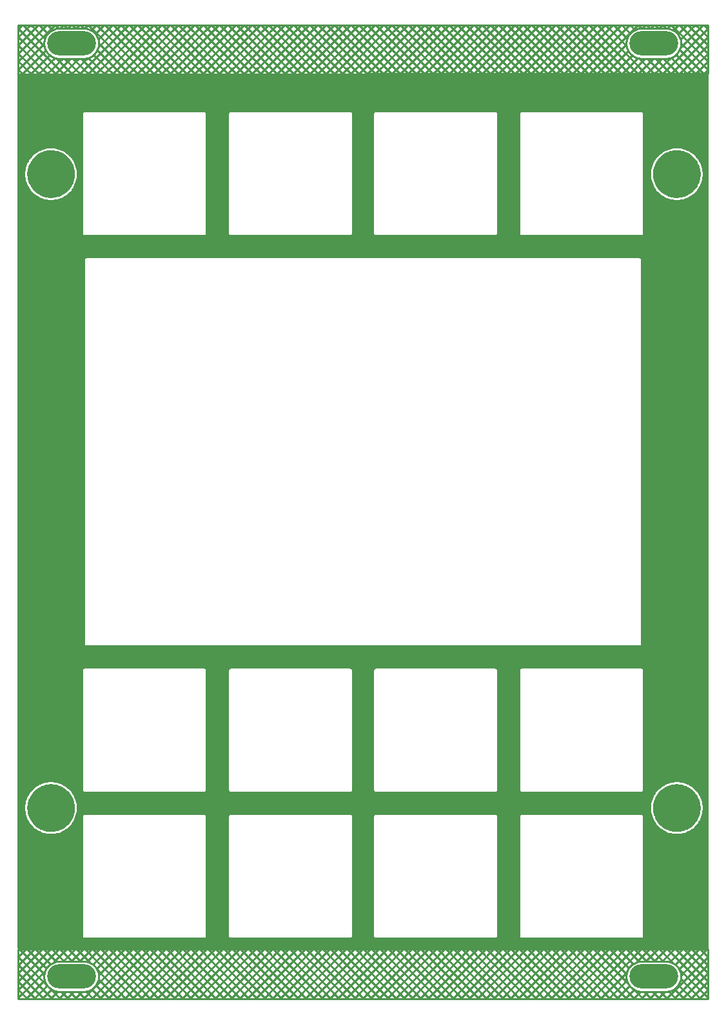
<source format=gbl>
G04 Layer: BottomLayer*
G04 EasyEDA v6.5.29, 2023-07-16 15:11:24*
G04 e993e5008f34484d8f658c3e023484e8,5a6b42c53f6a479593ecc07194224c93,10*
G04 Gerber Generator version 0.2*
G04 Scale: 100 percent, Rotated: No, Reflected: No *
G04 Dimensions in millimeters *
G04 leading zeros omitted , absolute positions ,4 integer and 5 decimal *
%FSLAX45Y45*%
%MOMM*%

%ADD10C,0.2540*%
%ADD11O,6.4000126X3.1999936*%

%LPD*%
G36*
X36068Y698500D02*
G01*
X32156Y699262D01*
X28905Y701497D01*
X26670Y704748D01*
X25908Y708660D01*
X25908Y12150090D01*
X26670Y12154001D01*
X28905Y12157303D01*
X32156Y12159488D01*
X36068Y12160250D01*
X9095232Y12166600D01*
X9099092Y12165787D01*
X9102394Y12163602D01*
X9104630Y12160300D01*
X9105392Y12156440D01*
X9105392Y708660D01*
X9104630Y704748D01*
X9102394Y701497D01*
X9099143Y699262D01*
X9095232Y698500D01*
G37*

%LPC*%
G36*
X8686800Y10519918D02*
G01*
X8712098Y10520832D01*
X8737244Y10523677D01*
X8762136Y10528401D01*
X8786622Y10534954D01*
X8810498Y10543286D01*
X8833713Y10553446D01*
X8856116Y10565282D01*
X8877554Y10578744D01*
X8897924Y10593781D01*
X8917127Y10610291D01*
X8935008Y10628172D01*
X8951518Y10647375D01*
X8966555Y10667746D01*
X8980017Y10689183D01*
X8991854Y10711586D01*
X9002014Y10734802D01*
X9010345Y10758678D01*
X9016898Y10783163D01*
X9021622Y10808055D01*
X9024467Y10833201D01*
X9025382Y10858500D01*
X9024467Y10883798D01*
X9021622Y10908944D01*
X9016898Y10933836D01*
X9010345Y10958322D01*
X9002014Y10982198D01*
X8991854Y11005413D01*
X8980017Y11027816D01*
X8966555Y11049254D01*
X8951518Y11069624D01*
X8935008Y11088827D01*
X8917127Y11106708D01*
X8897924Y11123218D01*
X8877554Y11138255D01*
X8856116Y11151717D01*
X8833713Y11163554D01*
X8810498Y11173714D01*
X8786622Y11182045D01*
X8762136Y11188598D01*
X8737244Y11193322D01*
X8712098Y11196167D01*
X8686800Y11197082D01*
X8661501Y11196167D01*
X8636355Y11193322D01*
X8611463Y11188598D01*
X8586978Y11182045D01*
X8563102Y11173714D01*
X8539886Y11163554D01*
X8517483Y11151717D01*
X8496046Y11138255D01*
X8475675Y11123218D01*
X8456472Y11106708D01*
X8438591Y11088827D01*
X8422081Y11069624D01*
X8407044Y11049254D01*
X8393582Y11027816D01*
X8381746Y11005413D01*
X8371586Y10982198D01*
X8363254Y10958322D01*
X8356701Y10933836D01*
X8351977Y10908944D01*
X8349132Y10883798D01*
X8348218Y10858500D01*
X8349132Y10833201D01*
X8351977Y10808055D01*
X8356701Y10783163D01*
X8363254Y10758678D01*
X8371586Y10734802D01*
X8381746Y10711586D01*
X8393582Y10689183D01*
X8407044Y10667746D01*
X8422081Y10647375D01*
X8438591Y10628172D01*
X8456472Y10610291D01*
X8475675Y10593781D01*
X8496046Y10578744D01*
X8517483Y10565282D01*
X8539886Y10553446D01*
X8563102Y10543286D01*
X8586978Y10534954D01*
X8611463Y10528401D01*
X8636355Y10523677D01*
X8661501Y10520832D01*
G37*
G36*
X2832658Y837692D02*
G01*
X4393641Y837692D01*
X4399940Y838403D01*
X4405426Y840333D01*
X4410303Y843381D01*
X4414418Y847496D01*
X4417466Y852373D01*
X4419396Y857859D01*
X4420108Y864158D01*
X4420108Y2425141D01*
X4419396Y2431440D01*
X4417466Y2436926D01*
X4414418Y2441803D01*
X4410303Y2445918D01*
X4405426Y2448966D01*
X4399940Y2450896D01*
X4393641Y2451608D01*
X2832658Y2451608D01*
X2826359Y2450896D01*
X2820873Y2448966D01*
X2815996Y2445918D01*
X2811881Y2441803D01*
X2808833Y2436926D01*
X2806903Y2431440D01*
X2806192Y2425141D01*
X2806192Y864158D01*
X2806903Y857859D01*
X2808833Y852373D01*
X2811881Y847496D01*
X2815996Y843381D01*
X2820873Y840333D01*
X2826359Y838403D01*
G37*
G36*
X4737658Y837692D02*
G01*
X6298641Y837692D01*
X6304940Y838403D01*
X6310426Y840333D01*
X6315303Y843381D01*
X6319418Y847496D01*
X6322466Y852373D01*
X6324396Y857859D01*
X6325108Y864158D01*
X6325108Y2425141D01*
X6324396Y2431440D01*
X6322466Y2436926D01*
X6319418Y2441803D01*
X6315303Y2445918D01*
X6310426Y2448966D01*
X6304940Y2450896D01*
X6298641Y2451608D01*
X4737658Y2451608D01*
X4731359Y2450896D01*
X4725873Y2448966D01*
X4720996Y2445918D01*
X4716881Y2441803D01*
X4713833Y2436926D01*
X4711903Y2431440D01*
X4711192Y2425141D01*
X4711192Y864158D01*
X4711903Y857859D01*
X4713833Y852373D01*
X4716881Y847496D01*
X4720996Y843381D01*
X4725873Y840333D01*
X4731359Y838403D01*
G37*
G36*
X6655358Y837692D02*
G01*
X8216341Y837692D01*
X8222640Y838403D01*
X8228126Y840333D01*
X8233003Y843381D01*
X8237118Y847496D01*
X8240166Y852373D01*
X8242096Y857859D01*
X8242808Y864158D01*
X8242808Y2425141D01*
X8242096Y2431440D01*
X8240166Y2436926D01*
X8237118Y2441803D01*
X8233003Y2445918D01*
X8228126Y2448966D01*
X8222640Y2450896D01*
X8216341Y2451608D01*
X6655358Y2451608D01*
X6649059Y2450896D01*
X6643573Y2448966D01*
X6638696Y2445918D01*
X6634581Y2441803D01*
X6631533Y2436926D01*
X6629603Y2431440D01*
X6628892Y2425141D01*
X6628892Y864158D01*
X6629603Y857859D01*
X6631533Y852373D01*
X6634581Y847496D01*
X6638696Y843381D01*
X6643573Y840333D01*
X6649059Y838403D01*
G37*
G36*
X469900Y2201418D02*
G01*
X495198Y2202332D01*
X520344Y2205177D01*
X545236Y2209901D01*
X569722Y2216454D01*
X593598Y2224786D01*
X616813Y2234946D01*
X639216Y2246782D01*
X660654Y2260244D01*
X681024Y2275281D01*
X700227Y2291791D01*
X718108Y2309672D01*
X734618Y2328875D01*
X749655Y2349246D01*
X763117Y2370683D01*
X774954Y2393086D01*
X785114Y2416302D01*
X793445Y2440178D01*
X799998Y2464663D01*
X804722Y2489555D01*
X807567Y2514701D01*
X808482Y2540000D01*
X807567Y2565298D01*
X804722Y2590444D01*
X799998Y2615336D01*
X793445Y2639822D01*
X785114Y2663698D01*
X774954Y2686913D01*
X763117Y2709316D01*
X749655Y2730754D01*
X734618Y2751124D01*
X718108Y2770327D01*
X700227Y2788208D01*
X681024Y2804718D01*
X660654Y2819755D01*
X639216Y2833217D01*
X616813Y2845054D01*
X593598Y2855214D01*
X569722Y2863545D01*
X545236Y2870098D01*
X520344Y2874822D01*
X495198Y2877667D01*
X469900Y2878582D01*
X444601Y2877667D01*
X419455Y2874822D01*
X394563Y2870098D01*
X370078Y2863545D01*
X346202Y2855214D01*
X322986Y2845054D01*
X300583Y2833217D01*
X279146Y2819755D01*
X258775Y2804718D01*
X239572Y2788208D01*
X221691Y2770327D01*
X205181Y2751124D01*
X190144Y2730754D01*
X176682Y2709316D01*
X164846Y2686913D01*
X154686Y2663698D01*
X146354Y2639822D01*
X139801Y2615336D01*
X135077Y2590444D01*
X132232Y2565298D01*
X131318Y2540000D01*
X132232Y2514701D01*
X135077Y2489555D01*
X139801Y2464663D01*
X146354Y2440178D01*
X154686Y2416302D01*
X164846Y2393086D01*
X176682Y2370683D01*
X190144Y2349246D01*
X205181Y2328875D01*
X221691Y2309672D01*
X239572Y2291791D01*
X258775Y2275281D01*
X279146Y2260244D01*
X300583Y2246782D01*
X322986Y2234946D01*
X346202Y2224786D01*
X370078Y2216454D01*
X394563Y2209901D01*
X419455Y2205177D01*
X444601Y2202332D01*
G37*
G36*
X8686800Y2201418D02*
G01*
X8712098Y2202332D01*
X8737244Y2205177D01*
X8762136Y2209901D01*
X8786622Y2216454D01*
X8810498Y2224786D01*
X8833713Y2234946D01*
X8856116Y2246782D01*
X8877554Y2260244D01*
X8897924Y2275281D01*
X8917127Y2291791D01*
X8935008Y2309672D01*
X8951518Y2328875D01*
X8966555Y2349246D01*
X8980017Y2370683D01*
X8991854Y2393086D01*
X9002014Y2416302D01*
X9010345Y2440178D01*
X9016898Y2464663D01*
X9021622Y2489555D01*
X9024467Y2514701D01*
X9025382Y2540000D01*
X9024467Y2565298D01*
X9021622Y2590444D01*
X9016898Y2615336D01*
X9010345Y2639822D01*
X9002014Y2663698D01*
X8991854Y2686913D01*
X8980017Y2709316D01*
X8966555Y2730754D01*
X8951518Y2751124D01*
X8935008Y2770327D01*
X8917127Y2788208D01*
X8897924Y2804718D01*
X8877554Y2819755D01*
X8856116Y2833217D01*
X8833713Y2845054D01*
X8810498Y2855214D01*
X8786622Y2863545D01*
X8762136Y2870098D01*
X8737244Y2874822D01*
X8712098Y2877667D01*
X8686800Y2878582D01*
X8661501Y2877667D01*
X8636355Y2874822D01*
X8611463Y2870098D01*
X8586978Y2863545D01*
X8563102Y2855214D01*
X8539886Y2845054D01*
X8517483Y2833217D01*
X8496046Y2819755D01*
X8475675Y2804718D01*
X8456472Y2788208D01*
X8438591Y2770327D01*
X8422081Y2751124D01*
X8407044Y2730754D01*
X8393582Y2709316D01*
X8381746Y2686913D01*
X8371586Y2663698D01*
X8363254Y2639822D01*
X8356701Y2615336D01*
X8351977Y2590444D01*
X8349132Y2565298D01*
X8348218Y2540000D01*
X8349132Y2514701D01*
X8351977Y2489555D01*
X8356701Y2464663D01*
X8363254Y2440178D01*
X8371586Y2416302D01*
X8381746Y2393086D01*
X8393582Y2370683D01*
X8407044Y2349246D01*
X8422081Y2328875D01*
X8438591Y2309672D01*
X8456472Y2291791D01*
X8475675Y2275281D01*
X8496046Y2260244D01*
X8517483Y2246782D01*
X8539886Y2234946D01*
X8563102Y2224786D01*
X8586978Y2216454D01*
X8611463Y2209901D01*
X8636355Y2205177D01*
X8661501Y2202332D01*
G37*
G36*
X914958Y2755392D02*
G01*
X2475941Y2755392D01*
X2482240Y2756103D01*
X2487726Y2758033D01*
X2492603Y2761081D01*
X2496718Y2765196D01*
X2499766Y2770073D01*
X2501696Y2775559D01*
X2502408Y2781858D01*
X2502408Y4342841D01*
X2501696Y4349140D01*
X2499766Y4354626D01*
X2496718Y4359503D01*
X2492603Y4363618D01*
X2487726Y4366666D01*
X2482240Y4368596D01*
X2475941Y4369308D01*
X914958Y4369308D01*
X908659Y4368596D01*
X903173Y4366666D01*
X898296Y4363618D01*
X894181Y4359503D01*
X891133Y4354626D01*
X889203Y4349140D01*
X888492Y4342841D01*
X888492Y2781858D01*
X889203Y2775559D01*
X891133Y2770073D01*
X894181Y2765196D01*
X898296Y2761081D01*
X903173Y2758033D01*
X908659Y2756103D01*
G37*
G36*
X4737658Y2755392D02*
G01*
X6298641Y2755392D01*
X6304940Y2756103D01*
X6310426Y2758033D01*
X6315303Y2761081D01*
X6319418Y2765196D01*
X6322466Y2770073D01*
X6324396Y2775559D01*
X6325108Y2781858D01*
X6325108Y4342841D01*
X6324396Y4349140D01*
X6322466Y4354626D01*
X6319418Y4359503D01*
X6315303Y4363618D01*
X6310426Y4366666D01*
X6304940Y4368596D01*
X6298641Y4369308D01*
X4737658Y4369308D01*
X4731359Y4368596D01*
X4725873Y4366666D01*
X4720996Y4363618D01*
X4716881Y4359503D01*
X4713833Y4354626D01*
X4711903Y4349140D01*
X4711192Y4342841D01*
X4711192Y2781858D01*
X4711903Y2775559D01*
X4713833Y2770073D01*
X4716881Y2765196D01*
X4720996Y2761081D01*
X4725873Y2758033D01*
X4731359Y2756103D01*
G37*
G36*
X914958Y837692D02*
G01*
X2475941Y837692D01*
X2482240Y838403D01*
X2487726Y840333D01*
X2492603Y843381D01*
X2496718Y847496D01*
X2499766Y852373D01*
X2501696Y857859D01*
X2502408Y864158D01*
X2502408Y2425141D01*
X2501696Y2431440D01*
X2499766Y2436926D01*
X2496718Y2441803D01*
X2492603Y2445918D01*
X2487726Y2448966D01*
X2482240Y2450896D01*
X2475941Y2451608D01*
X914958Y2451608D01*
X908659Y2450896D01*
X903173Y2448966D01*
X898296Y2445918D01*
X894181Y2441803D01*
X891133Y2436926D01*
X889203Y2431440D01*
X888492Y2425141D01*
X888492Y864158D01*
X889203Y857859D01*
X891133Y852373D01*
X894181Y847496D01*
X898296Y843381D01*
X903173Y840333D01*
X908659Y838403D01*
G37*
G36*
X2832658Y2755392D02*
G01*
X4393641Y2755392D01*
X4399940Y2756103D01*
X4405426Y2758033D01*
X4410303Y2761081D01*
X4414418Y2765196D01*
X4417466Y2770073D01*
X4419396Y2775559D01*
X4420108Y2781858D01*
X4420108Y4342841D01*
X4419396Y4349140D01*
X4417466Y4354626D01*
X4414418Y4359503D01*
X4410303Y4363618D01*
X4405426Y4366666D01*
X4399940Y4368596D01*
X4393641Y4369308D01*
X2832658Y4369308D01*
X2826359Y4368596D01*
X2820873Y4366666D01*
X2815996Y4363618D01*
X2811881Y4359503D01*
X2808833Y4354626D01*
X2806903Y4349140D01*
X2806192Y4342841D01*
X2806192Y2781858D01*
X2806903Y2775559D01*
X2808833Y2770073D01*
X2811881Y2765196D01*
X2815996Y2761081D01*
X2820873Y2758033D01*
X2826359Y2756103D01*
G37*
G36*
X940358Y4673092D02*
G01*
X8190941Y4673092D01*
X8197240Y4673803D01*
X8202726Y4675733D01*
X8207603Y4678781D01*
X8211718Y4682896D01*
X8214766Y4687773D01*
X8216696Y4693259D01*
X8217408Y4699558D01*
X8217408Y9727641D01*
X8216696Y9733940D01*
X8214766Y9739426D01*
X8211718Y9744303D01*
X8207603Y9748418D01*
X8202726Y9751466D01*
X8197240Y9753396D01*
X8190941Y9754108D01*
X940358Y9754108D01*
X934059Y9753396D01*
X928573Y9751466D01*
X923696Y9748418D01*
X919581Y9744303D01*
X916533Y9739426D01*
X914603Y9733940D01*
X913892Y9727641D01*
X913892Y4699558D01*
X914603Y4693259D01*
X916533Y4687773D01*
X919581Y4682896D01*
X923696Y4678781D01*
X928573Y4675733D01*
X934059Y4673803D01*
G37*
G36*
X914958Y10057892D02*
G01*
X2475941Y10057892D01*
X2482240Y10058603D01*
X2487726Y10060533D01*
X2492603Y10063581D01*
X2496718Y10067696D01*
X2499766Y10072573D01*
X2501696Y10078059D01*
X2502408Y10084358D01*
X2502408Y11645341D01*
X2501696Y11651640D01*
X2499766Y11657126D01*
X2496718Y11662003D01*
X2492603Y11666118D01*
X2487726Y11669166D01*
X2482240Y11671096D01*
X2475941Y11671808D01*
X914958Y11671808D01*
X908659Y11671096D01*
X903173Y11669166D01*
X898296Y11666118D01*
X894181Y11662003D01*
X891133Y11657126D01*
X889203Y11651640D01*
X888492Y11645341D01*
X888492Y10084358D01*
X889203Y10078059D01*
X891133Y10072573D01*
X894181Y10067696D01*
X898296Y10063581D01*
X903173Y10060533D01*
X908659Y10058603D01*
G37*
G36*
X6655358Y10057892D02*
G01*
X8216341Y10057892D01*
X8222640Y10058603D01*
X8228126Y10060533D01*
X8233003Y10063581D01*
X8237118Y10067696D01*
X8240166Y10072573D01*
X8242096Y10078059D01*
X8242808Y10084358D01*
X8242808Y11645341D01*
X8242096Y11651640D01*
X8240166Y11657126D01*
X8237118Y11662003D01*
X8233003Y11666118D01*
X8228126Y11669166D01*
X8222640Y11671096D01*
X8216341Y11671808D01*
X6655358Y11671808D01*
X6649059Y11671096D01*
X6643573Y11669166D01*
X6638696Y11666118D01*
X6634581Y11662003D01*
X6631533Y11657126D01*
X6629603Y11651640D01*
X6628892Y11645341D01*
X6628892Y10084358D01*
X6629603Y10078059D01*
X6631533Y10072573D01*
X6634581Y10067696D01*
X6638696Y10063581D01*
X6643573Y10060533D01*
X6649059Y10058603D01*
G37*
G36*
X4737658Y10057892D02*
G01*
X6298641Y10057892D01*
X6304940Y10058603D01*
X6310426Y10060533D01*
X6315303Y10063581D01*
X6319418Y10067696D01*
X6322466Y10072573D01*
X6324396Y10078059D01*
X6325108Y10084358D01*
X6325108Y11645341D01*
X6324396Y11651640D01*
X6322466Y11657126D01*
X6319418Y11662003D01*
X6315303Y11666118D01*
X6310426Y11669166D01*
X6304940Y11671096D01*
X6298641Y11671808D01*
X4737658Y11671808D01*
X4731359Y11671096D01*
X4725873Y11669166D01*
X4720996Y11666118D01*
X4716881Y11662003D01*
X4713833Y11657126D01*
X4711903Y11651640D01*
X4711192Y11645341D01*
X4711192Y10084358D01*
X4711903Y10078059D01*
X4713833Y10072573D01*
X4716881Y10067696D01*
X4720996Y10063581D01*
X4725873Y10060533D01*
X4731359Y10058603D01*
G37*
G36*
X2832658Y10057892D02*
G01*
X4393641Y10057892D01*
X4399940Y10058603D01*
X4405426Y10060533D01*
X4410303Y10063581D01*
X4414418Y10067696D01*
X4417466Y10072573D01*
X4419396Y10078059D01*
X4420108Y10084358D01*
X4420108Y11645341D01*
X4419396Y11651640D01*
X4417466Y11657126D01*
X4414418Y11662003D01*
X4410303Y11666118D01*
X4405426Y11669166D01*
X4399940Y11671096D01*
X4393641Y11671808D01*
X2832658Y11671808D01*
X2826359Y11671096D01*
X2820873Y11669166D01*
X2815996Y11666118D01*
X2811881Y11662003D01*
X2808833Y11657126D01*
X2806903Y11651640D01*
X2806192Y11645341D01*
X2806192Y10084358D01*
X2806903Y10078059D01*
X2808833Y10072573D01*
X2811881Y10067696D01*
X2815996Y10063581D01*
X2820873Y10060533D01*
X2826359Y10058603D01*
G37*
G36*
X469900Y10519918D02*
G01*
X495198Y10520832D01*
X520344Y10523677D01*
X545236Y10528401D01*
X569722Y10534954D01*
X593598Y10543286D01*
X616813Y10553446D01*
X639216Y10565282D01*
X660654Y10578744D01*
X681024Y10593781D01*
X700227Y10610291D01*
X718108Y10628172D01*
X734618Y10647375D01*
X749655Y10667746D01*
X763117Y10689183D01*
X774954Y10711586D01*
X785114Y10734802D01*
X793445Y10758678D01*
X799998Y10783163D01*
X804722Y10808055D01*
X807567Y10833201D01*
X808482Y10858500D01*
X807567Y10883798D01*
X804722Y10908944D01*
X799998Y10933836D01*
X793445Y10958322D01*
X785114Y10982198D01*
X774954Y11005413D01*
X763117Y11027816D01*
X749655Y11049254D01*
X734618Y11069624D01*
X718108Y11088827D01*
X700227Y11106708D01*
X681024Y11123218D01*
X660654Y11138255D01*
X639216Y11151717D01*
X616813Y11163554D01*
X593598Y11173714D01*
X569722Y11182045D01*
X545236Y11188598D01*
X520344Y11193322D01*
X495198Y11196167D01*
X469900Y11197082D01*
X444601Y11196167D01*
X419455Y11193322D01*
X394563Y11188598D01*
X370078Y11182045D01*
X346202Y11173714D01*
X322986Y11163554D01*
X300583Y11151717D01*
X279146Y11138255D01*
X258775Y11123218D01*
X239572Y11106708D01*
X221691Y11088827D01*
X205181Y11069624D01*
X190144Y11049254D01*
X176682Y11027816D01*
X164846Y11005413D01*
X154686Y10982198D01*
X146354Y10958322D01*
X139801Y10933836D01*
X135077Y10908944D01*
X132232Y10883798D01*
X131318Y10858500D01*
X132232Y10833201D01*
X135077Y10808055D01*
X139801Y10783163D01*
X146354Y10758678D01*
X154686Y10734802D01*
X164846Y10711586D01*
X176682Y10689183D01*
X190144Y10667746D01*
X205181Y10647375D01*
X221691Y10628172D01*
X239572Y10610291D01*
X258775Y10593781D01*
X279146Y10578744D01*
X300583Y10565282D01*
X322986Y10553446D01*
X346202Y10543286D01*
X370078Y10534954D01*
X394563Y10528401D01*
X419455Y10523677D01*
X444601Y10520832D01*
G37*
G36*
X6655358Y2755392D02*
G01*
X8216341Y2755392D01*
X8222640Y2756103D01*
X8228126Y2758033D01*
X8233003Y2761081D01*
X8237118Y2765196D01*
X8240166Y2770073D01*
X8242096Y2775559D01*
X8242808Y2781858D01*
X8242808Y4342841D01*
X8242096Y4349140D01*
X8240166Y4354626D01*
X8237118Y4359503D01*
X8233003Y4363618D01*
X8228126Y4366666D01*
X8222640Y4368596D01*
X8216341Y4369308D01*
X6655358Y4369308D01*
X6649059Y4368596D01*
X6643573Y4366666D01*
X6638696Y4363618D01*
X6634581Y4359503D01*
X6631533Y4354626D01*
X6629603Y4349140D01*
X6628892Y4342841D01*
X6628892Y2781858D01*
X6629603Y2775559D01*
X6631533Y2770073D01*
X6634581Y2765196D01*
X6638696Y2761081D01*
X6643573Y2758033D01*
X6649059Y2756103D01*
G37*

%LPD*%
G36*
X465886Y2852674D02*
G01*
X449935Y2852064D01*
X434035Y2850642D01*
X418236Y2848406D01*
X402539Y2845358D01*
X387045Y2841498D01*
X379374Y2839313D01*
X364185Y2834284D01*
X349300Y2828493D01*
X334721Y2821990D01*
X320497Y2814726D01*
X306679Y2806700D01*
X293268Y2798064D01*
X280314Y2788666D01*
X267868Y2778709D01*
X255981Y2768041D01*
X244602Y2756814D01*
X239115Y2751023D01*
X228650Y2738932D01*
X218795Y2726385D01*
X209600Y2713329D01*
X201117Y2699816D01*
X193294Y2685846D01*
X186232Y2671572D01*
X179882Y2656890D01*
X174294Y2641955D01*
X169468Y2626715D01*
X165404Y2611272D01*
X162204Y2595626D01*
X159766Y2579827D01*
X158140Y2563926D01*
X157327Y2547975D01*
X157175Y2540000D01*
X157632Y2524048D01*
X158851Y2508097D01*
X160883Y2492248D01*
X163728Y2476550D01*
X165404Y2468727D01*
X169468Y2453284D01*
X174294Y2438044D01*
X179882Y2423109D01*
X186232Y2408428D01*
X193294Y2394153D01*
X201117Y2380183D01*
X209600Y2366670D01*
X218795Y2353614D01*
X228650Y2341067D01*
X239115Y2328976D01*
X250190Y2317496D01*
X261874Y2306574D01*
X267868Y2301290D01*
X280314Y2291334D01*
X293268Y2281936D01*
X306679Y2273300D01*
X320497Y2265273D01*
X334721Y2258009D01*
X349300Y2251506D01*
X364185Y2245715D01*
X379374Y2240686D01*
X394766Y2236470D01*
X410362Y2233015D01*
X426110Y2230374D01*
X441959Y2228545D01*
X457911Y2227529D01*
X473913Y2227326D01*
X489864Y2227935D01*
X505764Y2229358D01*
X521563Y2231593D01*
X537260Y2234641D01*
X552754Y2238502D01*
X560425Y2240686D01*
X575614Y2245715D01*
X590499Y2251506D01*
X605078Y2258009D01*
X619302Y2265273D01*
X633120Y2273300D01*
X646531Y2281936D01*
X659485Y2291334D01*
X671931Y2301290D01*
X683818Y2311958D01*
X695198Y2323185D01*
X700684Y2328976D01*
X711149Y2341067D01*
X721004Y2353614D01*
X730199Y2366670D01*
X738682Y2380183D01*
X746506Y2394153D01*
X753567Y2408428D01*
X759917Y2423109D01*
X765505Y2438044D01*
X770331Y2453284D01*
X774395Y2468727D01*
X777595Y2484374D01*
X780034Y2500172D01*
X781659Y2516073D01*
X782472Y2532024D01*
X782624Y2540000D01*
X782167Y2555951D01*
X780948Y2571902D01*
X778916Y2587752D01*
X776071Y2603449D01*
X774395Y2611272D01*
X770331Y2626715D01*
X765505Y2641955D01*
X759917Y2656890D01*
X753567Y2671572D01*
X746506Y2685846D01*
X738682Y2699816D01*
X730199Y2713329D01*
X721004Y2726385D01*
X711149Y2738932D01*
X700684Y2751023D01*
X689610Y2762504D01*
X677926Y2773426D01*
X671931Y2778709D01*
X659485Y2788666D01*
X646531Y2798064D01*
X633120Y2806700D01*
X619302Y2814726D01*
X605078Y2821990D01*
X590499Y2828493D01*
X575614Y2834284D01*
X560425Y2839313D01*
X545033Y2843530D01*
X529437Y2846984D01*
X513689Y2849626D01*
X497840Y2851454D01*
X481888Y2852470D01*
G37*
G36*
X8682786Y2852674D02*
G01*
X8666835Y2852064D01*
X8650935Y2850642D01*
X8635136Y2848406D01*
X8619439Y2845358D01*
X8603945Y2841498D01*
X8596274Y2839313D01*
X8581085Y2834284D01*
X8566200Y2828493D01*
X8551621Y2821990D01*
X8537397Y2814726D01*
X8523579Y2806700D01*
X8510168Y2798064D01*
X8497214Y2788666D01*
X8484768Y2778709D01*
X8472881Y2768041D01*
X8461502Y2756814D01*
X8456015Y2751023D01*
X8445550Y2738932D01*
X8435695Y2726385D01*
X8426500Y2713329D01*
X8418017Y2699816D01*
X8410194Y2685846D01*
X8403132Y2671572D01*
X8396782Y2656890D01*
X8391194Y2641955D01*
X8386368Y2626715D01*
X8382304Y2611272D01*
X8379104Y2595626D01*
X8376666Y2579827D01*
X8375040Y2563926D01*
X8374227Y2547975D01*
X8374227Y2532024D01*
X8375040Y2516073D01*
X8376666Y2500172D01*
X8379104Y2484374D01*
X8382304Y2468727D01*
X8386368Y2453284D01*
X8391194Y2438044D01*
X8396782Y2423109D01*
X8403132Y2408428D01*
X8410194Y2394153D01*
X8418017Y2380183D01*
X8426500Y2366670D01*
X8435695Y2353614D01*
X8445550Y2341067D01*
X8456015Y2328976D01*
X8467090Y2317496D01*
X8478774Y2306574D01*
X8484768Y2301290D01*
X8497214Y2291334D01*
X8510168Y2281936D01*
X8523579Y2273300D01*
X8537397Y2265273D01*
X8551621Y2258009D01*
X8566200Y2251506D01*
X8581085Y2245715D01*
X8596274Y2240686D01*
X8611666Y2236470D01*
X8627262Y2233015D01*
X8643010Y2230374D01*
X8658860Y2228545D01*
X8674811Y2227529D01*
X8690813Y2227326D01*
X8706764Y2227935D01*
X8722664Y2229358D01*
X8738463Y2231593D01*
X8754160Y2234641D01*
X8769654Y2238502D01*
X8777325Y2240686D01*
X8792514Y2245715D01*
X8807399Y2251506D01*
X8821978Y2258009D01*
X8836202Y2265273D01*
X8850020Y2273300D01*
X8863431Y2281936D01*
X8876385Y2291334D01*
X8888831Y2301290D01*
X8900718Y2311958D01*
X8912098Y2323185D01*
X8917584Y2328976D01*
X8928049Y2341067D01*
X8937904Y2353614D01*
X8947099Y2366670D01*
X8955582Y2380183D01*
X8963406Y2394153D01*
X8970467Y2408428D01*
X8976817Y2423109D01*
X8982405Y2438044D01*
X8987231Y2453284D01*
X8991295Y2468727D01*
X8994495Y2484374D01*
X8996934Y2500172D01*
X8998559Y2516073D01*
X8999372Y2532024D01*
X8999372Y2547975D01*
X8998559Y2563926D01*
X8996934Y2579827D01*
X8994495Y2595626D01*
X8991295Y2611272D01*
X8987231Y2626715D01*
X8982405Y2641955D01*
X8976817Y2656890D01*
X8970467Y2671572D01*
X8963406Y2685846D01*
X8955582Y2699816D01*
X8947099Y2713329D01*
X8937904Y2726385D01*
X8928049Y2738932D01*
X8917584Y2751023D01*
X8906510Y2762504D01*
X8894826Y2773426D01*
X8888831Y2778709D01*
X8876385Y2788666D01*
X8863431Y2798064D01*
X8850020Y2806700D01*
X8836202Y2814726D01*
X8821978Y2821990D01*
X8807399Y2828493D01*
X8792514Y2834284D01*
X8777325Y2839313D01*
X8761933Y2843530D01*
X8746337Y2846984D01*
X8730589Y2849626D01*
X8714740Y2851454D01*
X8698788Y2852470D01*
G37*
G36*
X8682786Y11171174D02*
G01*
X8666835Y11170564D01*
X8650935Y11169142D01*
X8635136Y11166906D01*
X8619439Y11163858D01*
X8603945Y11159998D01*
X8596274Y11157813D01*
X8581085Y11152784D01*
X8566200Y11146993D01*
X8551621Y11140490D01*
X8537397Y11133226D01*
X8523579Y11125200D01*
X8510168Y11116564D01*
X8497214Y11107166D01*
X8484768Y11097209D01*
X8472881Y11086541D01*
X8461502Y11075314D01*
X8456015Y11069523D01*
X8445550Y11057432D01*
X8435695Y11044885D01*
X8426500Y11031829D01*
X8418017Y11018316D01*
X8410194Y11004346D01*
X8403132Y10990072D01*
X8396782Y10975390D01*
X8391194Y10960455D01*
X8386368Y10945215D01*
X8382304Y10929772D01*
X8379104Y10914126D01*
X8376666Y10898327D01*
X8375040Y10882426D01*
X8374227Y10866475D01*
X8374227Y10850524D01*
X8375040Y10834573D01*
X8376666Y10818672D01*
X8379104Y10802874D01*
X8382304Y10787227D01*
X8386368Y10771784D01*
X8391194Y10756544D01*
X8396782Y10741609D01*
X8403132Y10726928D01*
X8410194Y10712653D01*
X8418017Y10698683D01*
X8426500Y10685170D01*
X8435695Y10672114D01*
X8445550Y10659567D01*
X8456015Y10647476D01*
X8467090Y10635996D01*
X8478774Y10625074D01*
X8484768Y10619790D01*
X8497214Y10609834D01*
X8510168Y10600436D01*
X8523579Y10591800D01*
X8537397Y10583773D01*
X8551621Y10576509D01*
X8566200Y10570006D01*
X8581085Y10564215D01*
X8596274Y10559186D01*
X8611666Y10554970D01*
X8627262Y10551515D01*
X8643010Y10548874D01*
X8658860Y10547045D01*
X8674811Y10546029D01*
X8690813Y10545826D01*
X8706764Y10546435D01*
X8722664Y10547858D01*
X8738463Y10550093D01*
X8754160Y10553141D01*
X8769654Y10557002D01*
X8777325Y10559186D01*
X8792514Y10564215D01*
X8807399Y10570006D01*
X8821978Y10576509D01*
X8836202Y10583773D01*
X8850020Y10591800D01*
X8863431Y10600436D01*
X8876385Y10609834D01*
X8888831Y10619790D01*
X8900718Y10630458D01*
X8912098Y10641685D01*
X8917584Y10647476D01*
X8928049Y10659567D01*
X8937904Y10672114D01*
X8947099Y10685170D01*
X8955582Y10698683D01*
X8963406Y10712653D01*
X8970467Y10726928D01*
X8976817Y10741609D01*
X8982405Y10756544D01*
X8987231Y10771784D01*
X8991295Y10787227D01*
X8994495Y10802874D01*
X8996934Y10818672D01*
X8998559Y10834573D01*
X8999372Y10850524D01*
X8999372Y10866475D01*
X8998559Y10882426D01*
X8996934Y10898327D01*
X8994495Y10914126D01*
X8991295Y10929772D01*
X8987231Y10945215D01*
X8982405Y10960455D01*
X8976817Y10975390D01*
X8970467Y10990072D01*
X8963406Y11004346D01*
X8955582Y11018316D01*
X8947099Y11031829D01*
X8937904Y11044885D01*
X8928049Y11057432D01*
X8917584Y11069523D01*
X8906510Y11081004D01*
X8894826Y11091926D01*
X8888831Y11097209D01*
X8876385Y11107166D01*
X8863431Y11116564D01*
X8850020Y11125200D01*
X8836202Y11133226D01*
X8821978Y11140490D01*
X8807399Y11146993D01*
X8792514Y11152784D01*
X8777325Y11157813D01*
X8761933Y11162030D01*
X8746337Y11165484D01*
X8730589Y11168126D01*
X8714740Y11169954D01*
X8698788Y11170970D01*
G37*
G36*
X465886Y11171174D02*
G01*
X449935Y11170564D01*
X434035Y11169142D01*
X418236Y11166906D01*
X402539Y11163858D01*
X387045Y11159998D01*
X379374Y11157813D01*
X364185Y11152784D01*
X349300Y11146993D01*
X334721Y11140490D01*
X320497Y11133226D01*
X306679Y11125200D01*
X293268Y11116564D01*
X280314Y11107166D01*
X267868Y11097209D01*
X255981Y11086541D01*
X244602Y11075314D01*
X239115Y11069523D01*
X228650Y11057432D01*
X218795Y11044885D01*
X209600Y11031829D01*
X201117Y11018316D01*
X193294Y11004346D01*
X186232Y10990072D01*
X179882Y10975390D01*
X174294Y10960455D01*
X169468Y10945215D01*
X165404Y10929772D01*
X162204Y10914126D01*
X159766Y10898327D01*
X158140Y10882426D01*
X157327Y10866475D01*
X157175Y10858500D01*
X157632Y10842548D01*
X158851Y10826597D01*
X160883Y10810748D01*
X163728Y10795050D01*
X165404Y10787227D01*
X169468Y10771784D01*
X174294Y10756544D01*
X179882Y10741609D01*
X186232Y10726928D01*
X193294Y10712653D01*
X201117Y10698683D01*
X209600Y10685170D01*
X218795Y10672114D01*
X228650Y10659567D01*
X239115Y10647476D01*
X250190Y10635996D01*
X261874Y10625074D01*
X267868Y10619790D01*
X280314Y10609834D01*
X293268Y10600436D01*
X306679Y10591800D01*
X320497Y10583773D01*
X334721Y10576509D01*
X349300Y10570006D01*
X364185Y10564215D01*
X379374Y10559186D01*
X394766Y10554970D01*
X410362Y10551515D01*
X426110Y10548874D01*
X441959Y10547045D01*
X457911Y10546029D01*
X473913Y10545826D01*
X489864Y10546435D01*
X505764Y10547858D01*
X521563Y10550093D01*
X537260Y10553141D01*
X552754Y10557002D01*
X560425Y10559186D01*
X575614Y10564215D01*
X590499Y10570006D01*
X605078Y10576509D01*
X619302Y10583773D01*
X633120Y10591800D01*
X646531Y10600436D01*
X659485Y10609834D01*
X671931Y10619790D01*
X683818Y10630458D01*
X695198Y10641685D01*
X700684Y10647476D01*
X711149Y10659567D01*
X721004Y10672114D01*
X730199Y10685170D01*
X738682Y10698683D01*
X746506Y10712653D01*
X753567Y10726928D01*
X759917Y10741609D01*
X765505Y10756544D01*
X770331Y10771784D01*
X774395Y10787227D01*
X777595Y10802874D01*
X780034Y10818672D01*
X781659Y10834573D01*
X782472Y10850524D01*
X782624Y10858500D01*
X782167Y10874451D01*
X780948Y10890402D01*
X778916Y10906252D01*
X776071Y10921949D01*
X774395Y10929772D01*
X770331Y10945215D01*
X765505Y10960455D01*
X759917Y10975390D01*
X753567Y10990072D01*
X746506Y11004346D01*
X738682Y11018316D01*
X730199Y11031829D01*
X721004Y11044885D01*
X711149Y11057432D01*
X700684Y11069523D01*
X689610Y11081004D01*
X677926Y11091926D01*
X671931Y11097209D01*
X659485Y11107166D01*
X646531Y11116564D01*
X633120Y11125200D01*
X619302Y11133226D01*
X605078Y11140490D01*
X590499Y11146993D01*
X575614Y11152784D01*
X560425Y11157813D01*
X545033Y11162030D01*
X529437Y11165484D01*
X513689Y11168126D01*
X497840Y11169954D01*
X481888Y11170970D01*
G37*
D10*
X8978900Y12128500D02*
G01*
X8978900Y12192000D01*
X8978900Y685800D02*
G01*
X8978900Y749300D01*
X38862Y12173230D02*
G01*
X38862Y12813537D01*
X38862Y12813537D02*
G01*
X9092438Y12813537D01*
X9092438Y12813537D02*
G01*
X9092438Y12179527D01*
X9092438Y12179527D02*
G01*
X38862Y12173230D01*
X8068276Y12446843D02*
G01*
X8081382Y12432383D01*
X8081382Y12432383D02*
G01*
X8095842Y12419277D01*
X8095842Y12419277D02*
G01*
X8111517Y12407652D01*
X8111517Y12407652D02*
G01*
X8128256Y12397619D01*
X8128256Y12397619D02*
G01*
X8145897Y12389275D01*
X8145897Y12389275D02*
G01*
X8164272Y12382701D01*
X8164272Y12382701D02*
G01*
X8183203Y12377959D01*
X8183203Y12377959D02*
G01*
X8202507Y12375095D01*
X8202507Y12375095D02*
G01*
X8221999Y12374138D01*
X8221999Y12374138D02*
G01*
X8542000Y12374138D01*
X8542000Y12374138D02*
G01*
X8561492Y12375095D01*
X8561492Y12375095D02*
G01*
X8580796Y12377959D01*
X8580796Y12377959D02*
G01*
X8599727Y12382701D01*
X8599727Y12382701D02*
G01*
X8618102Y12389275D01*
X8618102Y12389275D02*
G01*
X8635743Y12397619D01*
X8635743Y12397619D02*
G01*
X8652482Y12407652D01*
X8652482Y12407652D02*
G01*
X8668157Y12419277D01*
X8668157Y12419277D02*
G01*
X8682617Y12432383D01*
X8682617Y12432383D02*
G01*
X8695723Y12446843D01*
X8695723Y12446843D02*
G01*
X8707348Y12462518D01*
X8707348Y12462518D02*
G01*
X8717381Y12479257D01*
X8717381Y12479257D02*
G01*
X8725725Y12496898D01*
X8725725Y12496898D02*
G01*
X8732299Y12515273D01*
X8732299Y12515273D02*
G01*
X8737041Y12534204D01*
X8737041Y12534204D02*
G01*
X8739905Y12553508D01*
X8739905Y12553508D02*
G01*
X8740862Y12573000D01*
X8740862Y12573000D02*
G01*
X8739905Y12592491D01*
X8739905Y12592491D02*
G01*
X8737041Y12611795D01*
X8737041Y12611795D02*
G01*
X8732299Y12630726D01*
X8732299Y12630726D02*
G01*
X8725725Y12649101D01*
X8725725Y12649101D02*
G01*
X8717381Y12666742D01*
X8717381Y12666742D02*
G01*
X8707348Y12683481D01*
X8707348Y12683481D02*
G01*
X8695723Y12699156D01*
X8695723Y12699156D02*
G01*
X8682617Y12713616D01*
X8682617Y12713616D02*
G01*
X8668157Y12726722D01*
X8668157Y12726722D02*
G01*
X8652482Y12738347D01*
X8652482Y12738347D02*
G01*
X8635743Y12748380D01*
X8635743Y12748380D02*
G01*
X8618102Y12756724D01*
X8618102Y12756724D02*
G01*
X8599727Y12763298D01*
X8599727Y12763298D02*
G01*
X8580796Y12768040D01*
X8580796Y12768040D02*
G01*
X8561492Y12770904D01*
X8561492Y12770904D02*
G01*
X8542000Y12771861D01*
X8542000Y12771861D02*
G01*
X8221999Y12771861D01*
X8221999Y12771861D02*
G01*
X8202507Y12770904D01*
X8202507Y12770904D02*
G01*
X8183203Y12768040D01*
X8183203Y12768040D02*
G01*
X8164272Y12763298D01*
X8164272Y12763298D02*
G01*
X8145897Y12756724D01*
X8145897Y12756724D02*
G01*
X8128256Y12748380D01*
X8128256Y12748380D02*
G01*
X8111517Y12738347D01*
X8111517Y12738347D02*
G01*
X8095842Y12726722D01*
X8095842Y12726722D02*
G01*
X8081382Y12713616D01*
X8081382Y12713616D02*
G01*
X8068276Y12699156D01*
X8068276Y12699156D02*
G01*
X8056651Y12683481D01*
X8056651Y12683481D02*
G01*
X8046618Y12666742D01*
X8046618Y12666742D02*
G01*
X8038274Y12649101D01*
X8038274Y12649101D02*
G01*
X8031700Y12630726D01*
X8031700Y12630726D02*
G01*
X8026958Y12611795D01*
X8026958Y12611795D02*
G01*
X8024094Y12592491D01*
X8024094Y12592491D02*
G01*
X8023137Y12573000D01*
X8023137Y12573000D02*
G01*
X8024094Y12553508D01*
X8024094Y12553508D02*
G01*
X8026958Y12534204D01*
X8026958Y12534204D02*
G01*
X8031700Y12515273D01*
X8031700Y12515273D02*
G01*
X8038274Y12496898D01*
X8038274Y12496898D02*
G01*
X8046618Y12479257D01*
X8046618Y12479257D02*
G01*
X8056651Y12462518D01*
X8056651Y12462518D02*
G01*
X8068276Y12446843D01*
X435982Y12432383D02*
G01*
X450442Y12419277D01*
X450442Y12419277D02*
G01*
X466117Y12407652D01*
X466117Y12407652D02*
G01*
X482856Y12397619D01*
X482856Y12397619D02*
G01*
X500497Y12389275D01*
X500497Y12389275D02*
G01*
X518872Y12382701D01*
X518872Y12382701D02*
G01*
X537803Y12377959D01*
X537803Y12377959D02*
G01*
X557107Y12375095D01*
X557107Y12375095D02*
G01*
X576599Y12374138D01*
X576599Y12374138D02*
G01*
X896600Y12374138D01*
X896600Y12374138D02*
G01*
X916092Y12375095D01*
X916092Y12375095D02*
G01*
X935396Y12377959D01*
X935396Y12377959D02*
G01*
X954327Y12382701D01*
X954327Y12382701D02*
G01*
X972702Y12389275D01*
X972702Y12389275D02*
G01*
X990343Y12397619D01*
X990343Y12397619D02*
G01*
X1007082Y12407652D01*
X1007082Y12407652D02*
G01*
X1022757Y12419277D01*
X1022757Y12419277D02*
G01*
X1037217Y12432383D01*
X1037217Y12432383D02*
G01*
X1050323Y12446843D01*
X1050323Y12446843D02*
G01*
X1061948Y12462518D01*
X1061948Y12462518D02*
G01*
X1071981Y12479257D01*
X1071981Y12479257D02*
G01*
X1080325Y12496898D01*
X1080325Y12496898D02*
G01*
X1086899Y12515273D01*
X1086899Y12515273D02*
G01*
X1091641Y12534204D01*
X1091641Y12534204D02*
G01*
X1094505Y12553508D01*
X1094505Y12553508D02*
G01*
X1095462Y12573000D01*
X1095462Y12573000D02*
G01*
X1094505Y12592491D01*
X1094505Y12592491D02*
G01*
X1091641Y12611795D01*
X1091641Y12611795D02*
G01*
X1086899Y12630726D01*
X1086899Y12630726D02*
G01*
X1080325Y12649101D01*
X1080325Y12649101D02*
G01*
X1071981Y12666742D01*
X1071981Y12666742D02*
G01*
X1061948Y12683481D01*
X1061948Y12683481D02*
G01*
X1050323Y12699156D01*
X1050323Y12699156D02*
G01*
X1037217Y12713616D01*
X1037217Y12713616D02*
G01*
X1022757Y12726722D01*
X1022757Y12726722D02*
G01*
X1007082Y12738347D01*
X1007082Y12738347D02*
G01*
X990343Y12748380D01*
X990343Y12748380D02*
G01*
X972702Y12756724D01*
X972702Y12756724D02*
G01*
X954327Y12763298D01*
X954327Y12763298D02*
G01*
X935396Y12768040D01*
X935396Y12768040D02*
G01*
X916092Y12770904D01*
X916092Y12770904D02*
G01*
X896600Y12771861D01*
X896600Y12771861D02*
G01*
X576599Y12771861D01*
X576599Y12771861D02*
G01*
X557107Y12770904D01*
X557107Y12770904D02*
G01*
X537803Y12768040D01*
X537803Y12768040D02*
G01*
X518872Y12763298D01*
X518872Y12763298D02*
G01*
X500497Y12756724D01*
X500497Y12756724D02*
G01*
X482856Y12748380D01*
X482856Y12748380D02*
G01*
X466117Y12738347D01*
X466117Y12738347D02*
G01*
X450442Y12726722D01*
X450442Y12726722D02*
G01*
X435982Y12713616D01*
X435982Y12713616D02*
G01*
X422876Y12699156D01*
X422876Y12699156D02*
G01*
X411251Y12683481D01*
X411251Y12683481D02*
G01*
X401218Y12666742D01*
X401218Y12666742D02*
G01*
X392874Y12649101D01*
X392874Y12649101D02*
G01*
X386300Y12630726D01*
X386300Y12630726D02*
G01*
X381558Y12611795D01*
X381558Y12611795D02*
G01*
X378694Y12592491D01*
X378694Y12592491D02*
G01*
X377737Y12573000D01*
X377737Y12573000D02*
G01*
X378694Y12553508D01*
X378694Y12553508D02*
G01*
X381558Y12534204D01*
X381558Y12534204D02*
G01*
X386300Y12515273D01*
X386300Y12515273D02*
G01*
X392874Y12496898D01*
X392874Y12496898D02*
G01*
X401218Y12479257D01*
X401218Y12479257D02*
G01*
X411251Y12462518D01*
X411251Y12462518D02*
G01*
X422876Y12446843D01*
X422876Y12446843D02*
G01*
X435982Y12432383D01*
X38862Y12228167D02*
G01*
X93760Y12173269D01*
X38862Y12335930D02*
G01*
X201448Y12173344D01*
X38862Y12443693D02*
G01*
X309137Y12173418D01*
X38862Y12551456D02*
G01*
X416825Y12173493D01*
X38862Y12659220D02*
G01*
X524513Y12173568D01*
X38862Y12766983D02*
G01*
X632201Y12173643D01*
X100070Y12813537D02*
G01*
X382278Y12531330D01*
X534929Y12378679D02*
G01*
X739889Y12173718D01*
X207833Y12813537D02*
G01*
X387445Y12633926D01*
X647233Y12374138D02*
G01*
X847577Y12173793D01*
X315596Y12813537D02*
G01*
X426252Y12702881D01*
X754996Y12374138D02*
G01*
X955266Y12173868D01*
X423359Y12813537D02*
G01*
X486699Y12750198D01*
X862759Y12374138D02*
G01*
X1062954Y12173943D01*
X531122Y12813537D02*
G01*
X572976Y12771683D01*
X959948Y12384712D02*
G01*
X1170642Y12174018D01*
X638885Y12813537D02*
G01*
X680562Y12771861D01*
X1028206Y12424216D02*
G01*
X1278330Y12174093D01*
X746648Y12813537D02*
G01*
X788325Y12771861D01*
X1074854Y12485332D02*
G01*
X1386018Y12174167D01*
X854411Y12813537D02*
G01*
X896088Y12771861D01*
X1095438Y12572511D02*
G01*
X1493707Y12174242D01*
X962174Y12813537D02*
G01*
X1601395Y12174317D01*
X1069937Y12813537D02*
G01*
X1709083Y12174392D01*
X1177700Y12813537D02*
G01*
X1816771Y12174467D01*
X1285464Y12813537D02*
G01*
X1924459Y12174542D01*
X1393227Y12813537D02*
G01*
X2032148Y12174617D01*
X1500990Y12813537D02*
G01*
X2139836Y12174692D01*
X1608753Y12813537D02*
G01*
X2247524Y12174766D01*
X1716516Y12813537D02*
G01*
X2355212Y12174841D01*
X1824279Y12813537D02*
G01*
X2462900Y12174916D01*
X1932042Y12813537D02*
G01*
X2570588Y12174991D01*
X2039805Y12813537D02*
G01*
X2678277Y12175066D01*
X2147568Y12813537D02*
G01*
X2785965Y12175141D01*
X2255331Y12813537D02*
G01*
X2893653Y12175216D01*
X2363094Y12813537D02*
G01*
X3001341Y12175291D01*
X2470857Y12813537D02*
G01*
X3109029Y12175366D01*
X2578620Y12813537D02*
G01*
X3216717Y12175440D01*
X2686384Y12813537D02*
G01*
X3324406Y12175515D01*
X2794147Y12813537D02*
G01*
X3432094Y12175590D01*
X2901910Y12813537D02*
G01*
X3539782Y12175665D01*
X3009673Y12813537D02*
G01*
X3647470Y12175740D01*
X3117436Y12813537D02*
G01*
X3755158Y12175815D01*
X3225199Y12813537D02*
G01*
X3862847Y12175890D01*
X3332962Y12813537D02*
G01*
X3970535Y12175965D01*
X3440725Y12813537D02*
G01*
X4078223Y12176040D01*
X3548488Y12813537D02*
G01*
X4185911Y12176114D01*
X3656251Y12813537D02*
G01*
X4293599Y12176189D01*
X3764014Y12813537D02*
G01*
X4401288Y12176264D01*
X3871777Y12813537D02*
G01*
X4508976Y12176339D01*
X3979540Y12813537D02*
G01*
X4616664Y12176414D01*
X4087303Y12813537D02*
G01*
X4724352Y12176489D01*
X4195067Y12813537D02*
G01*
X4832040Y12176564D01*
X4302830Y12813537D02*
G01*
X4939729Y12176639D01*
X4410593Y12813537D02*
G01*
X5047417Y12176714D01*
X4518356Y12813537D02*
G01*
X5155105Y12176788D01*
X4626119Y12813537D02*
G01*
X5262793Y12176863D01*
X4733882Y12813537D02*
G01*
X5370481Y12176938D01*
X4841645Y12813537D02*
G01*
X5478169Y12177013D01*
X4949408Y12813537D02*
G01*
X5585858Y12177088D01*
X5057171Y12813537D02*
G01*
X5693546Y12177163D01*
X5164934Y12813537D02*
G01*
X5801234Y12177238D01*
X5272697Y12813537D02*
G01*
X5908922Y12177313D01*
X5380460Y12813537D02*
G01*
X6016610Y12177388D01*
X5488223Y12813537D02*
G01*
X6124299Y12177462D01*
X5595987Y12813537D02*
G01*
X6231987Y12177537D01*
X5703750Y12813537D02*
G01*
X6339675Y12177612D01*
X5811513Y12813537D02*
G01*
X6447363Y12177687D01*
X5919276Y12813537D02*
G01*
X6555051Y12177762D01*
X6027039Y12813537D02*
G01*
X6662740Y12177837D01*
X6134802Y12813537D02*
G01*
X6770428Y12177912D01*
X6242565Y12813537D02*
G01*
X6878116Y12177987D01*
X6350328Y12813537D02*
G01*
X6985804Y12178062D01*
X6458091Y12813537D02*
G01*
X7093492Y12178136D01*
X6565854Y12813537D02*
G01*
X7201180Y12178211D01*
X6673617Y12813537D02*
G01*
X7308869Y12178286D01*
X6781380Y12813537D02*
G01*
X7416557Y12178361D01*
X6889143Y12813537D02*
G01*
X7524245Y12178436D01*
X6996907Y12813537D02*
G01*
X7631933Y12178511D01*
X7104670Y12813537D02*
G01*
X7739621Y12178586D01*
X7212433Y12813537D02*
G01*
X7847309Y12178661D01*
X7320196Y12813537D02*
G01*
X7954998Y12178735D01*
X7427959Y12813537D02*
G01*
X8062686Y12178810D01*
X7535722Y12813537D02*
G01*
X8170374Y12178885D01*
X7643485Y12813537D02*
G01*
X8278062Y12178960D01*
X7751248Y12813537D02*
G01*
X8026327Y12538459D01*
X8187458Y12377328D02*
G01*
X8385751Y12179035D01*
X7859011Y12813537D02*
G01*
X8034367Y12638181D01*
X8298411Y12374138D02*
G01*
X8493439Y12179110D01*
X7966774Y12813537D02*
G01*
X8074400Y12705912D01*
X8406174Y12374138D02*
G01*
X8601127Y12179185D01*
X8074537Y12813537D02*
G01*
X8136022Y12752053D01*
X8513937Y12374138D02*
G01*
X8708815Y12179260D01*
X8182300Y12813537D02*
G01*
X8223977Y12771861D01*
X8609603Y12386235D02*
G01*
X8816503Y12179335D01*
X8290063Y12813537D02*
G01*
X8331740Y12771861D01*
X8676637Y12426963D02*
G01*
X8924191Y12179409D01*
X8397826Y12813537D02*
G01*
X8439503Y12771861D01*
X8722109Y12489254D02*
G01*
X9031880Y12179484D01*
X8505590Y12813537D02*
G01*
X8547538Y12771589D01*
X8740590Y12578537D02*
G01*
X9092438Y12226690D01*
X8613353Y12813537D02*
G01*
X9092438Y12334453D01*
X8721116Y12813537D02*
G01*
X9092438Y12442216D01*
X8828879Y12813537D02*
G01*
X9092438Y12549979D01*
X8936642Y12813537D02*
G01*
X9092438Y12657742D01*
X9044405Y12813537D02*
G01*
X9092438Y12765505D01*
X9043763Y12179493D02*
G01*
X9092438Y12228167D01*
X8935925Y12179418D02*
G01*
X9092438Y12335930D01*
X8828087Y12179343D02*
G01*
X9092438Y12443693D01*
X8720249Y12179268D02*
G01*
X9092438Y12551456D01*
X8612411Y12179193D02*
G01*
X9092438Y12659220D01*
X8504573Y12179118D02*
G01*
X9092438Y12766983D01*
X8396734Y12179043D02*
G01*
X8600763Y12383072D01*
X8731928Y12514237D02*
G01*
X9031229Y12813537D01*
X8288896Y12178968D02*
G01*
X8484066Y12374138D01*
X8733973Y12624044D02*
G01*
X8923466Y12813537D01*
X8181058Y12178893D02*
G01*
X8376303Y12374138D01*
X8698107Y12695941D02*
G01*
X8815703Y12813537D01*
X8073220Y12178818D02*
G01*
X8268540Y12374138D01*
X8640144Y12745742D02*
G01*
X8707940Y12813537D01*
X7965382Y12178743D02*
G01*
X8168325Y12381685D01*
X8557728Y12771089D02*
G01*
X8600177Y12813537D01*
X7857544Y12178668D02*
G01*
X8097169Y12418293D01*
X8450737Y12771861D02*
G01*
X8492414Y12813537D01*
X7749706Y12178593D02*
G01*
X8048024Y12476911D01*
X8342974Y12771861D02*
G01*
X8384651Y12813537D01*
X7641868Y12178518D02*
G01*
X8023756Y12560405D01*
X8235211Y12771861D02*
G01*
X8276888Y12813537D01*
X7534030Y12178443D02*
G01*
X8169125Y12813537D01*
X7426192Y12178368D02*
G01*
X8061362Y12813537D01*
X7318354Y12178293D02*
G01*
X7953599Y12813537D01*
X7210516Y12178218D02*
G01*
X7845835Y12813537D01*
X7102678Y12178143D02*
G01*
X7738072Y12813537D01*
X6994839Y12178068D02*
G01*
X7630309Y12813537D01*
X6887001Y12177993D02*
G01*
X7522546Y12813537D01*
X6779163Y12177918D02*
G01*
X7414783Y12813537D01*
X6671325Y12177843D02*
G01*
X7307020Y12813537D01*
X6563487Y12177768D02*
G01*
X7199257Y12813537D01*
X6455649Y12177693D02*
G01*
X7091494Y12813537D01*
X6347811Y12177618D02*
G01*
X6983731Y12813537D01*
X6239973Y12177543D02*
G01*
X6875968Y12813537D01*
X6132135Y12177468D02*
G01*
X6768205Y12813537D01*
X6024297Y12177393D02*
G01*
X6660442Y12813537D01*
X5916459Y12177318D02*
G01*
X6552679Y12813537D01*
X5808621Y12177243D02*
G01*
X6444915Y12813537D01*
X5700783Y12177168D02*
G01*
X6337152Y12813537D01*
X5592945Y12177093D02*
G01*
X6229389Y12813537D01*
X5485107Y12177018D02*
G01*
X6121626Y12813537D01*
X5377269Y12176943D02*
G01*
X6013863Y12813537D01*
X5269430Y12176868D02*
G01*
X5906100Y12813537D01*
X5161592Y12176793D02*
G01*
X5798337Y12813537D01*
X5053754Y12176718D02*
G01*
X5690574Y12813537D01*
X4945916Y12176643D02*
G01*
X5582811Y12813537D01*
X4838078Y12176568D02*
G01*
X5475048Y12813537D01*
X4730240Y12176493D02*
G01*
X5367285Y12813537D01*
X4622402Y12176418D02*
G01*
X5259522Y12813537D01*
X4514564Y12176343D02*
G01*
X5151759Y12813537D01*
X4406726Y12176268D02*
G01*
X5043996Y12813537D01*
X4298888Y12176193D02*
G01*
X4936232Y12813537D01*
X4191050Y12176118D02*
G01*
X4828469Y12813537D01*
X4083212Y12176043D02*
G01*
X4720706Y12813537D01*
X3975374Y12175968D02*
G01*
X4612943Y12813537D01*
X3867536Y12175893D02*
G01*
X4505180Y12813537D01*
X3759698Y12175818D02*
G01*
X4397417Y12813537D01*
X3651860Y12175743D02*
G01*
X4289654Y12813537D01*
X3544021Y12175668D02*
G01*
X4181891Y12813537D01*
X3436183Y12175593D02*
G01*
X4074128Y12813537D01*
X3328345Y12175518D02*
G01*
X3966365Y12813537D01*
X3220507Y12175443D02*
G01*
X3858602Y12813537D01*
X3112669Y12175368D02*
G01*
X3750839Y12813537D01*
X3004831Y12175293D02*
G01*
X3643076Y12813537D01*
X2896993Y12175218D02*
G01*
X3535312Y12813537D01*
X2789155Y12175143D02*
G01*
X3427549Y12813537D01*
X2681317Y12175068D02*
G01*
X3319786Y12813537D01*
X2573479Y12174993D02*
G01*
X3212023Y12813537D01*
X2465641Y12174918D02*
G01*
X3104260Y12813537D01*
X2357803Y12174843D02*
G01*
X2996497Y12813537D01*
X2249965Y12174768D02*
G01*
X2888734Y12813537D01*
X2142127Y12174693D02*
G01*
X2780971Y12813537D01*
X2034289Y12174618D02*
G01*
X2673208Y12813537D01*
X1926451Y12174543D02*
G01*
X2565445Y12813537D01*
X1818612Y12174468D02*
G01*
X2457682Y12813537D01*
X1710774Y12174393D02*
G01*
X2349919Y12813537D01*
X1602936Y12174318D02*
G01*
X2242156Y12813537D01*
X1495098Y12174243D02*
G01*
X2134392Y12813537D01*
X1387260Y12174168D02*
G01*
X2026629Y12813537D01*
X1279422Y12174093D02*
G01*
X1918866Y12813537D01*
X1171584Y12174018D02*
G01*
X1811103Y12813537D01*
X1063746Y12173943D02*
G01*
X1703340Y12813537D01*
X955908Y12173868D02*
G01*
X1595577Y12813537D01*
X848070Y12173793D02*
G01*
X1487814Y12813537D01*
X740232Y12173718D02*
G01*
X947506Y12380992D01*
X1088608Y12522094D02*
G01*
X1380051Y12813537D01*
X632394Y12173643D02*
G01*
X832888Y12374138D01*
X1087415Y12628665D02*
G01*
X1272288Y12813537D01*
X524556Y12173568D02*
G01*
X725125Y12374138D01*
X1050237Y12699250D02*
G01*
X1164525Y12813537D01*
X416717Y12173493D02*
G01*
X617362Y12374138D01*
X991132Y12747907D02*
G01*
X1056762Y12813537D01*
X308880Y12173418D02*
G01*
X518349Y12382888D01*
X906820Y12771359D02*
G01*
X948999Y12813537D01*
X201042Y12173343D02*
G01*
X448624Y12420925D01*
X799559Y12771861D02*
G01*
X841236Y12813537D01*
X93203Y12173268D02*
G01*
X400567Y12480632D01*
X691796Y12771861D02*
G01*
X733473Y12813537D01*
X38862Y12226690D02*
G01*
X378085Y12565913D01*
X584033Y12771861D02*
G01*
X625709Y12813537D01*
X38862Y12334453D02*
G01*
X517946Y12813537D01*
X38862Y12442216D02*
G01*
X410183Y12813537D01*
X38862Y12549979D02*
G01*
X302420Y12813537D01*
X38862Y12657742D02*
G01*
X194657Y12813537D01*
X38862Y12765505D02*
G01*
X86894Y12813537D01*
X9092438Y38862D02*
G01*
X38862Y38862D01*
X38862Y38862D02*
G01*
X38862Y685545D01*
X38862Y685545D02*
G01*
X9092438Y685545D01*
X9092438Y685545D02*
G01*
X9092438Y38862D01*
X435982Y189583D02*
G01*
X450442Y176477D01*
X450442Y176477D02*
G01*
X466117Y164852D01*
X466117Y164852D02*
G01*
X482856Y154819D01*
X482856Y154819D02*
G01*
X500497Y146475D01*
X500497Y146475D02*
G01*
X518872Y139901D01*
X518872Y139901D02*
G01*
X537803Y135159D01*
X537803Y135159D02*
G01*
X557107Y132295D01*
X557107Y132295D02*
G01*
X576599Y131338D01*
X576599Y131338D02*
G01*
X896600Y131338D01*
X896600Y131338D02*
G01*
X916092Y132295D01*
X916092Y132295D02*
G01*
X935396Y135159D01*
X935396Y135159D02*
G01*
X954327Y139901D01*
X954327Y139901D02*
G01*
X972702Y146475D01*
X972702Y146475D02*
G01*
X990343Y154819D01*
X990343Y154819D02*
G01*
X1007082Y164852D01*
X1007082Y164852D02*
G01*
X1022757Y176477D01*
X1022757Y176477D02*
G01*
X1037217Y189583D01*
X1037217Y189583D02*
G01*
X1050323Y204043D01*
X1050323Y204043D02*
G01*
X1061948Y219718D01*
X1061948Y219718D02*
G01*
X1071981Y236457D01*
X1071981Y236457D02*
G01*
X1080325Y254098D01*
X1080325Y254098D02*
G01*
X1086899Y272473D01*
X1086899Y272473D02*
G01*
X1091641Y291404D01*
X1091641Y291404D02*
G01*
X1094505Y310708D01*
X1094505Y310708D02*
G01*
X1095462Y330200D01*
X1095462Y330200D02*
G01*
X1094505Y349691D01*
X1094505Y349691D02*
G01*
X1091641Y368995D01*
X1091641Y368995D02*
G01*
X1086899Y387926D01*
X1086899Y387926D02*
G01*
X1080325Y406301D01*
X1080325Y406301D02*
G01*
X1071981Y423942D01*
X1071981Y423942D02*
G01*
X1061948Y440681D01*
X1061948Y440681D02*
G01*
X1050323Y456356D01*
X1050323Y456356D02*
G01*
X1037217Y470816D01*
X1037217Y470816D02*
G01*
X1022757Y483922D01*
X1022757Y483922D02*
G01*
X1007082Y495547D01*
X1007082Y495547D02*
G01*
X990343Y505580D01*
X990343Y505580D02*
G01*
X972702Y513924D01*
X972702Y513924D02*
G01*
X954327Y520498D01*
X954327Y520498D02*
G01*
X935396Y525240D01*
X935396Y525240D02*
G01*
X916092Y528104D01*
X916092Y528104D02*
G01*
X896600Y529061D01*
X896600Y529061D02*
G01*
X576599Y529061D01*
X576599Y529061D02*
G01*
X557107Y528104D01*
X557107Y528104D02*
G01*
X537803Y525240D01*
X537803Y525240D02*
G01*
X518872Y520498D01*
X518872Y520498D02*
G01*
X500497Y513924D01*
X500497Y513924D02*
G01*
X482856Y505580D01*
X482856Y505580D02*
G01*
X466117Y495547D01*
X466117Y495547D02*
G01*
X450442Y483922D01*
X450442Y483922D02*
G01*
X435982Y470816D01*
X435982Y470816D02*
G01*
X422876Y456356D01*
X422876Y456356D02*
G01*
X411251Y440681D01*
X411251Y440681D02*
G01*
X401218Y423942D01*
X401218Y423942D02*
G01*
X392874Y406301D01*
X392874Y406301D02*
G01*
X386300Y387926D01*
X386300Y387926D02*
G01*
X381558Y368995D01*
X381558Y368995D02*
G01*
X378694Y349691D01*
X378694Y349691D02*
G01*
X377737Y330200D01*
X377737Y330200D02*
G01*
X378694Y310708D01*
X378694Y310708D02*
G01*
X381558Y291404D01*
X381558Y291404D02*
G01*
X386300Y272473D01*
X386300Y272473D02*
G01*
X392874Y254098D01*
X392874Y254098D02*
G01*
X401218Y236457D01*
X401218Y236457D02*
G01*
X411251Y219718D01*
X411251Y219718D02*
G01*
X422876Y204043D01*
X422876Y204043D02*
G01*
X435982Y189583D01*
X8068276Y204043D02*
G01*
X8081382Y189583D01*
X8081382Y189583D02*
G01*
X8095842Y176477D01*
X8095842Y176477D02*
G01*
X8111517Y164852D01*
X8111517Y164852D02*
G01*
X8128256Y154819D01*
X8128256Y154819D02*
G01*
X8145897Y146475D01*
X8145897Y146475D02*
G01*
X8164272Y139901D01*
X8164272Y139901D02*
G01*
X8183203Y135159D01*
X8183203Y135159D02*
G01*
X8202507Y132295D01*
X8202507Y132295D02*
G01*
X8221999Y131338D01*
X8221999Y131338D02*
G01*
X8542000Y131338D01*
X8542000Y131338D02*
G01*
X8561492Y132295D01*
X8561492Y132295D02*
G01*
X8580796Y135159D01*
X8580796Y135159D02*
G01*
X8599727Y139901D01*
X8599727Y139901D02*
G01*
X8618102Y146475D01*
X8618102Y146475D02*
G01*
X8635743Y154819D01*
X8635743Y154819D02*
G01*
X8652482Y164852D01*
X8652482Y164852D02*
G01*
X8668157Y176477D01*
X8668157Y176477D02*
G01*
X8682617Y189583D01*
X8682617Y189583D02*
G01*
X8695723Y204043D01*
X8695723Y204043D02*
G01*
X8707348Y219718D01*
X8707348Y219718D02*
G01*
X8717381Y236457D01*
X8717381Y236457D02*
G01*
X8725725Y254098D01*
X8725725Y254098D02*
G01*
X8732299Y272473D01*
X8732299Y272473D02*
G01*
X8737041Y291404D01*
X8737041Y291404D02*
G01*
X8739905Y310708D01*
X8739905Y310708D02*
G01*
X8740862Y330200D01*
X8740862Y330200D02*
G01*
X8739905Y349691D01*
X8739905Y349691D02*
G01*
X8737041Y368995D01*
X8737041Y368995D02*
G01*
X8732299Y387926D01*
X8732299Y387926D02*
G01*
X8725725Y406301D01*
X8725725Y406301D02*
G01*
X8717381Y423942D01*
X8717381Y423942D02*
G01*
X8707348Y440681D01*
X8707348Y440681D02*
G01*
X8695723Y456356D01*
X8695723Y456356D02*
G01*
X8682617Y470816D01*
X8682617Y470816D02*
G01*
X8668157Y483922D01*
X8668157Y483922D02*
G01*
X8652482Y495547D01*
X8652482Y495547D02*
G01*
X8635743Y505580D01*
X8635743Y505580D02*
G01*
X8618102Y513924D01*
X8618102Y513924D02*
G01*
X8599727Y520498D01*
X8599727Y520498D02*
G01*
X8580796Y525240D01*
X8580796Y525240D02*
G01*
X8561492Y528104D01*
X8561492Y528104D02*
G01*
X8542000Y529061D01*
X8542000Y529061D02*
G01*
X8221999Y529061D01*
X8221999Y529061D02*
G01*
X8202507Y528104D01*
X8202507Y528104D02*
G01*
X8183203Y525240D01*
X8183203Y525240D02*
G01*
X8164272Y520498D01*
X8164272Y520498D02*
G01*
X8145897Y513924D01*
X8145897Y513924D02*
G01*
X8128256Y505580D01*
X8128256Y505580D02*
G01*
X8111517Y495547D01*
X8111517Y495547D02*
G01*
X8095842Y483922D01*
X8095842Y483922D02*
G01*
X8081382Y470816D01*
X8081382Y470816D02*
G01*
X8068276Y456356D01*
X8068276Y456356D02*
G01*
X8056651Y440681D01*
X8056651Y440681D02*
G01*
X8046618Y423942D01*
X8046618Y423942D02*
G01*
X8038274Y406301D01*
X8038274Y406301D02*
G01*
X8031700Y387926D01*
X8031700Y387926D02*
G01*
X8026958Y368995D01*
X8026958Y368995D02*
G01*
X8024094Y349691D01*
X8024094Y349691D02*
G01*
X8023137Y330200D01*
X8023137Y330200D02*
G01*
X8024094Y310708D01*
X8024094Y310708D02*
G01*
X8026958Y291404D01*
X8026958Y291404D02*
G01*
X8031700Y272473D01*
X8031700Y272473D02*
G01*
X8038274Y254098D01*
X8038274Y254098D02*
G01*
X8046618Y236457D01*
X8046618Y236457D02*
G01*
X8056651Y219718D01*
X8056651Y219718D02*
G01*
X8068276Y204043D01*
X38862Y50940D02*
G01*
X50940Y38862D01*
X38862Y158703D02*
G01*
X158703Y38862D01*
X38862Y266466D02*
G01*
X266466Y38862D01*
X38862Y374229D02*
G01*
X374229Y38862D01*
X38862Y481992D02*
G01*
X481992Y38862D01*
X38862Y589755D02*
G01*
X418003Y210614D01*
X457013Y171604D02*
G01*
X589755Y38862D01*
X50835Y685545D02*
G01*
X379727Y356653D01*
X605042Y131338D02*
G01*
X697519Y38862D01*
X158598Y685545D02*
G01*
X408332Y435811D01*
X712805Y131338D02*
G01*
X805282Y38862D01*
X266361Y685545D02*
G01*
X460514Y491392D01*
X820568Y131338D02*
G01*
X913045Y38862D01*
X374124Y685545D02*
G01*
X535105Y524564D01*
X925917Y133753D02*
G01*
X1020808Y38862D01*
X481887Y685545D02*
G01*
X638371Y529061D01*
X1004267Y163165D02*
G01*
X1128571Y38862D01*
X589650Y685545D02*
G01*
X746134Y529061D01*
X1059193Y216003D02*
G01*
X1236334Y38862D01*
X697413Y685545D02*
G01*
X853897Y529061D01*
X1091624Y291335D02*
G01*
X1344097Y38862D01*
X805176Y685545D02*
G01*
X980474Y510248D01*
X1076649Y414073D02*
G01*
X1451860Y38862D01*
X912939Y685545D02*
G01*
X1559623Y38862D01*
X1020702Y685545D02*
G01*
X1667386Y38862D01*
X1128465Y685545D02*
G01*
X1775149Y38862D01*
X1236228Y685545D02*
G01*
X1882912Y38862D01*
X1343991Y685545D02*
G01*
X1990675Y38862D01*
X1451755Y685545D02*
G01*
X2098439Y38862D01*
X1559518Y685545D02*
G01*
X2206202Y38862D01*
X1667281Y685545D02*
G01*
X2313965Y38862D01*
X1775044Y685545D02*
G01*
X2421728Y38862D01*
X1882807Y685545D02*
G01*
X2529491Y38862D01*
X1990570Y685545D02*
G01*
X2637254Y38862D01*
X2098333Y685545D02*
G01*
X2745017Y38862D01*
X2206096Y685545D02*
G01*
X2852780Y38862D01*
X2313859Y685545D02*
G01*
X2960543Y38862D01*
X2421622Y685545D02*
G01*
X3068306Y38862D01*
X2529385Y685545D02*
G01*
X3176069Y38862D01*
X2637148Y685545D02*
G01*
X3283832Y38862D01*
X2744911Y685545D02*
G01*
X3391595Y38862D01*
X2852675Y685545D02*
G01*
X3499359Y38862D01*
X2960438Y685545D02*
G01*
X3607122Y38862D01*
X3068201Y685545D02*
G01*
X3714885Y38862D01*
X3175964Y685545D02*
G01*
X3822648Y38862D01*
X3283727Y685545D02*
G01*
X3930411Y38862D01*
X3391490Y685545D02*
G01*
X4038174Y38862D01*
X3499253Y685545D02*
G01*
X4145937Y38862D01*
X3607016Y685545D02*
G01*
X4253700Y38862D01*
X3714779Y685545D02*
G01*
X4361463Y38862D01*
X3822542Y685545D02*
G01*
X4469226Y38862D01*
X3930305Y685545D02*
G01*
X4576989Y38862D01*
X4038068Y685545D02*
G01*
X4684752Y38862D01*
X4145831Y685545D02*
G01*
X4792515Y38862D01*
X4253594Y685545D02*
G01*
X4900278Y38862D01*
X4361358Y685545D02*
G01*
X5008042Y38862D01*
X4469121Y685545D02*
G01*
X5115805Y38862D01*
X4576884Y685545D02*
G01*
X5223568Y38862D01*
X4684647Y685545D02*
G01*
X5331331Y38862D01*
X4792410Y685545D02*
G01*
X5439094Y38862D01*
X4900173Y685545D02*
G01*
X5546857Y38862D01*
X5007936Y685545D02*
G01*
X5654620Y38862D01*
X5115699Y685545D02*
G01*
X5762383Y38862D01*
X5223462Y685545D02*
G01*
X5870146Y38862D01*
X5331225Y685545D02*
G01*
X5977909Y38862D01*
X5438988Y685545D02*
G01*
X6085672Y38862D01*
X5546751Y685545D02*
G01*
X6193435Y38862D01*
X5654514Y685545D02*
G01*
X6301198Y38862D01*
X5762277Y685545D02*
G01*
X6408961Y38862D01*
X5870041Y685545D02*
G01*
X6516725Y38862D01*
X5977804Y685545D02*
G01*
X6624488Y38862D01*
X6085567Y685545D02*
G01*
X6732251Y38862D01*
X6193330Y685545D02*
G01*
X6840014Y38862D01*
X6301093Y685545D02*
G01*
X6947777Y38862D01*
X6408856Y685545D02*
G01*
X7055540Y38862D01*
X6516619Y685545D02*
G01*
X7163303Y38862D01*
X6624382Y685545D02*
G01*
X7271066Y38862D01*
X6732145Y685545D02*
G01*
X7378829Y38862D01*
X6839908Y685545D02*
G01*
X7486592Y38862D01*
X6947671Y685545D02*
G01*
X7594355Y38862D01*
X7055434Y685545D02*
G01*
X7702118Y38862D01*
X7163197Y685545D02*
G01*
X7809881Y38862D01*
X7270960Y685545D02*
G01*
X7917644Y38862D01*
X7378723Y685545D02*
G01*
X8025407Y38862D01*
X7486487Y685545D02*
G01*
X8133171Y38862D01*
X7594250Y685545D02*
G01*
X8051525Y228270D01*
X8120069Y159726D02*
G01*
X8240934Y38862D01*
X7702013Y685545D02*
G01*
X8025873Y361685D01*
X8256220Y131338D02*
G01*
X8348697Y38862D01*
X7809776Y685545D02*
G01*
X8055898Y439424D01*
X8363984Y131338D02*
G01*
X8456460Y38862D01*
X7917539Y685545D02*
G01*
X8109232Y493852D01*
X8471747Y131338D02*
G01*
X8564223Y38862D01*
X8025302Y685545D02*
G01*
X8185297Y525551D01*
X8576348Y134499D02*
G01*
X8671986Y38862D01*
X8133065Y685545D02*
G01*
X8289549Y529061D01*
X8653215Y165396D02*
G01*
X8779749Y38862D01*
X8240828Y685545D02*
G01*
X8397312Y529061D01*
X8707053Y219320D02*
G01*
X8887512Y38862D01*
X8348591Y685545D02*
G01*
X8505075Y529061D01*
X8737776Y296360D02*
G01*
X8995275Y38862D01*
X8456354Y685545D02*
G01*
X8637183Y504717D01*
X8716518Y425382D02*
G01*
X9092438Y49462D01*
X8564117Y685545D02*
G01*
X9092438Y157225D01*
X8671880Y685545D02*
G01*
X9092438Y264988D01*
X8779643Y685545D02*
G01*
X9092438Y372751D01*
X8887406Y685545D02*
G01*
X9092438Y480514D01*
X8995170Y685545D02*
G01*
X9092438Y588278D01*
X9080359Y38862D02*
G01*
X9092438Y50940D01*
X8972596Y38862D02*
G01*
X9092438Y158703D01*
X8864833Y38862D02*
G01*
X9092438Y266466D01*
X8757070Y38862D02*
G01*
X9092438Y374229D01*
X8649307Y38862D02*
G01*
X9092438Y481992D01*
X8541544Y38862D02*
G01*
X9092438Y589755D01*
X8433780Y38862D02*
G01*
X8526257Y131338D01*
X8740125Y345206D02*
G01*
X9080464Y685545D01*
X8326017Y38862D02*
G01*
X8418494Y131338D01*
X8715026Y427870D02*
G01*
X8972701Y685545D01*
X8218254Y38862D02*
G01*
X8310731Y131338D01*
X8665377Y485984D02*
G01*
X8864938Y685545D01*
X8110491Y38862D02*
G01*
X8203859Y132229D01*
X8593650Y522020D02*
G01*
X8757175Y685545D01*
X8002728Y38862D02*
G01*
X8122272Y158406D01*
X8492928Y529061D02*
G01*
X8649412Y685545D01*
X7894965Y38862D02*
G01*
X8064814Y208711D01*
X8385165Y529061D02*
G01*
X8541649Y685545D01*
X7787202Y38862D02*
G01*
X8029519Y281179D01*
X8277402Y529061D02*
G01*
X8433886Y685545D01*
X7679439Y38862D02*
G01*
X8033481Y392903D01*
X8159295Y518717D02*
G01*
X8326123Y685545D01*
X7571676Y38862D02*
G01*
X8218360Y685545D01*
X7463913Y38862D02*
G01*
X8110597Y685545D01*
X7356150Y38862D02*
G01*
X8002834Y685545D01*
X7248387Y38862D02*
G01*
X7895071Y685545D01*
X7140624Y38862D02*
G01*
X7787308Y685545D01*
X7032860Y38862D02*
G01*
X7679544Y685545D01*
X6925097Y38862D02*
G01*
X7571781Y685545D01*
X6817334Y38862D02*
G01*
X7464018Y685545D01*
X6709571Y38862D02*
G01*
X7356255Y685545D01*
X6601808Y38862D02*
G01*
X7248492Y685545D01*
X6494045Y38862D02*
G01*
X7140729Y685545D01*
X6386282Y38862D02*
G01*
X7032966Y685545D01*
X6278519Y38862D02*
G01*
X6925203Y685545D01*
X6170756Y38862D02*
G01*
X6817440Y685545D01*
X6062993Y38862D02*
G01*
X6709677Y685545D01*
X5955230Y38862D02*
G01*
X6601914Y685545D01*
X5847467Y38862D02*
G01*
X6494151Y685545D01*
X5739704Y38862D02*
G01*
X6386388Y685545D01*
X5631940Y38862D02*
G01*
X6278624Y685545D01*
X5524177Y38862D02*
G01*
X6170861Y685545D01*
X5416414Y38862D02*
G01*
X6063098Y685545D01*
X5308651Y38862D02*
G01*
X5955335Y685545D01*
X5200888Y38862D02*
G01*
X5847572Y685545D01*
X5093125Y38862D02*
G01*
X5739809Y685545D01*
X4985362Y38862D02*
G01*
X5632046Y685545D01*
X4877599Y38862D02*
G01*
X5524283Y685545D01*
X4769836Y38862D02*
G01*
X5416520Y685545D01*
X4662073Y38862D02*
G01*
X5308757Y685545D01*
X4554310Y38862D02*
G01*
X5200994Y685545D01*
X4446547Y38862D02*
G01*
X5093231Y685545D01*
X4338784Y38862D02*
G01*
X4985468Y685545D01*
X4231021Y38862D02*
G01*
X4877705Y685545D01*
X4123257Y38862D02*
G01*
X4769941Y685545D01*
X4015494Y38862D02*
G01*
X4662178Y685545D01*
X3907731Y38862D02*
G01*
X4554415Y685545D01*
X3799968Y38862D02*
G01*
X4446652Y685545D01*
X3692205Y38862D02*
G01*
X4338889Y685545D01*
X3584442Y38862D02*
G01*
X4231126Y685545D01*
X3476679Y38862D02*
G01*
X4123363Y685545D01*
X3368916Y38862D02*
G01*
X4015600Y685545D01*
X3261153Y38862D02*
G01*
X3907837Y685545D01*
X3153390Y38862D02*
G01*
X3800074Y685545D01*
X3045627Y38862D02*
G01*
X3692311Y685545D01*
X2937864Y38862D02*
G01*
X3584548Y685545D01*
X2830101Y38862D02*
G01*
X3476785Y685545D01*
X2722338Y38862D02*
G01*
X3369022Y685545D01*
X2614574Y38862D02*
G01*
X3261258Y685545D01*
X2506811Y38862D02*
G01*
X3153495Y685545D01*
X2399048Y38862D02*
G01*
X3045732Y685545D01*
X2291285Y38862D02*
G01*
X2937969Y685545D01*
X2183522Y38862D02*
G01*
X2830206Y685545D01*
X2075759Y38862D02*
G01*
X2722443Y685545D01*
X1967996Y38862D02*
G01*
X2614680Y685545D01*
X1860233Y38862D02*
G01*
X2506917Y685545D01*
X1752470Y38862D02*
G01*
X2399154Y685545D01*
X1644707Y38862D02*
G01*
X2291391Y685545D01*
X1536944Y38862D02*
G01*
X2183628Y685545D01*
X1429181Y38862D02*
G01*
X2075865Y685545D01*
X1321418Y38862D02*
G01*
X1968102Y685545D01*
X1213655Y38862D02*
G01*
X1860339Y685545D01*
X1105892Y38862D02*
G01*
X1752576Y685545D01*
X998128Y38862D02*
G01*
X1644812Y685545D01*
X890365Y38862D02*
G01*
X1537049Y685545D01*
X782602Y38862D02*
G01*
X875079Y131338D01*
X1094366Y350625D02*
G01*
X1429286Y685545D01*
X674839Y38862D02*
G01*
X767315Y131338D01*
X1067461Y431483D02*
G01*
X1321523Y685545D01*
X567076Y38862D02*
G01*
X659552Y131338D01*
X1016659Y488444D02*
G01*
X1213760Y685545D01*
X459313Y38862D02*
G01*
X553310Y132859D01*
X943629Y523178D02*
G01*
X1105997Y685545D01*
X351550Y38862D02*
G01*
X473259Y160571D01*
X841750Y529061D02*
G01*
X998234Y685545D01*
X243787Y38862D02*
G01*
X416954Y212029D01*
X733987Y529061D02*
G01*
X890471Y685545D01*
X136024Y38862D02*
G01*
X382962Y285799D01*
X626224Y529061D02*
G01*
X782708Y685545D01*
X38862Y49462D02*
G01*
X391300Y401901D01*
X504897Y515498D02*
G01*
X674945Y685545D01*
X38862Y157225D02*
G01*
X567182Y685545D01*
X38862Y264988D02*
G01*
X459419Y685545D01*
X38862Y372751D02*
G01*
X351656Y685545D01*
X38862Y480514D02*
G01*
X243893Y685545D01*
X38862Y588278D02*
G01*
X136129Y685545D01*
D11*
G01*
X736600Y12573000D03*
G01*
X8382000Y12573000D03*
G01*
X736600Y330200D03*
G01*
X8382000Y330200D03*
M02*

</source>
